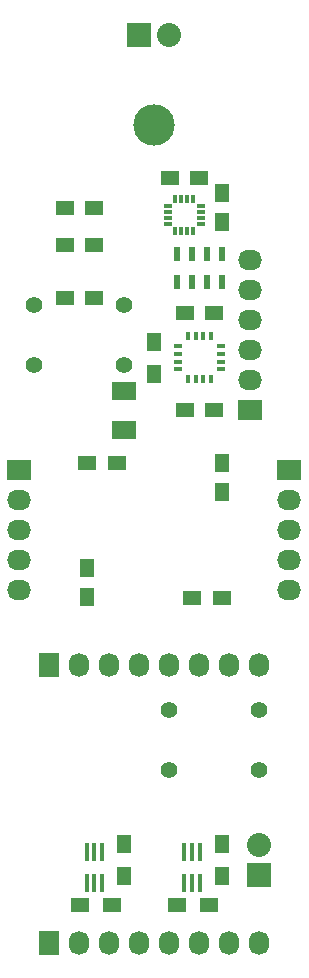
<source format=gbs>
%FSLAX46Y46*%
G04 Gerber Fmt 4.6, Leading zero omitted, Abs format (unit mm)*
G04 Created by KiCad (PCBNEW (20140926 BZR5148)-product) date Fri 30 Jan 2015 01:27:10 AM CST*
%MOMM*%
G01*
G04 APERTURE LIST*
%ADD10C,0.100000*%
%ADD11R,2.032000X1.727200*%
%ADD12O,2.032000X1.727200*%
%ADD13R,1.500000X1.250000*%
%ADD14R,1.250000X1.500000*%
%ADD15R,2.032000X1.524000*%
%ADD16R,2.032000X2.032000*%
%ADD17O,2.032000X2.032000*%
%ADD18R,1.727200X2.032000*%
%ADD19O,1.727200X2.032000*%
%ADD20R,0.398780X1.501140*%
%ADD21R,1.300000X1.500000*%
%ADD22R,1.500000X1.300000*%
%ADD23C,1.397000*%
%ADD24R,0.530000X1.310000*%
%ADD25R,0.650000X0.350000*%
%ADD26R,0.350000X0.650000*%
%ADD27R,0.410000X0.770000*%
%ADD28R,0.770000X0.410000*%
%ADD29C,3.500000*%
G04 APERTURE END LIST*
D10*
D11*
X160528000Y-77470000D03*
D12*
X160528000Y-74930000D03*
X160528000Y-72390000D03*
X160528000Y-69850000D03*
X160528000Y-67310000D03*
X160528000Y-64770000D03*
D13*
X147300000Y-60325000D03*
X144800000Y-60325000D03*
X147300000Y-63500000D03*
X144800000Y-63500000D03*
X156190000Y-57785000D03*
X153690000Y-57785000D03*
D14*
X158115000Y-61575000D03*
X158115000Y-59075000D03*
X146685000Y-93325000D03*
X146685000Y-90825000D03*
D13*
X144800000Y-67945000D03*
X147300000Y-67945000D03*
X158095000Y-93345000D03*
X155595000Y-93345000D03*
D14*
X158115000Y-81935000D03*
X158115000Y-84435000D03*
D13*
X146705000Y-81915000D03*
X149205000Y-81915000D03*
X154960000Y-77470000D03*
X157460000Y-77470000D03*
X154960000Y-69215000D03*
X157460000Y-69215000D03*
D15*
X149860000Y-75819000D03*
X149860000Y-79121000D03*
D16*
X151130000Y-45720000D03*
D17*
X153670000Y-45720000D03*
D16*
X161290000Y-116840000D03*
D17*
X161290000Y-114300000D03*
D18*
X143510000Y-122555000D03*
D19*
X146050000Y-122555000D03*
X148590000Y-122555000D03*
X151130000Y-122555000D03*
X153670000Y-122555000D03*
X156210000Y-122555000D03*
X158750000Y-122555000D03*
X161290000Y-122555000D03*
D20*
X147970240Y-117535960D03*
X147320000Y-117535960D03*
X146669760Y-117535960D03*
X146669760Y-114874040D03*
X147320000Y-114874040D03*
X147970240Y-114874040D03*
X154924760Y-114874040D03*
X155575000Y-114874040D03*
X156225240Y-114874040D03*
X156225240Y-117535960D03*
X155575000Y-117535960D03*
X154924760Y-117535960D03*
D21*
X152400000Y-71675000D03*
X152400000Y-74375000D03*
X149860000Y-116920000D03*
X149860000Y-114220000D03*
D22*
X146097000Y-119380000D03*
X148797000Y-119380000D03*
X154352000Y-119380000D03*
X157052000Y-119380000D03*
D21*
X158115000Y-116920000D03*
X158115000Y-114220000D03*
D23*
X161290000Y-102870000D03*
X161290000Y-107950000D03*
X153670000Y-102870000D03*
X153670000Y-107950000D03*
X149860000Y-68580000D03*
X149860000Y-73660000D03*
X142240000Y-68580000D03*
X142240000Y-73660000D03*
D24*
X154335000Y-64205000D03*
X155585000Y-64205000D03*
X156835000Y-64205000D03*
X158085000Y-64205000D03*
X158085000Y-66605000D03*
X156835000Y-66605000D03*
X155585000Y-66605000D03*
X154335000Y-66605000D03*
D11*
X140970000Y-82550000D03*
D12*
X140970000Y-85090000D03*
X140970000Y-87630000D03*
X140970000Y-90170000D03*
X140970000Y-92710000D03*
D11*
X163830000Y-82550000D03*
D12*
X163830000Y-85090000D03*
X163830000Y-87630000D03*
X163830000Y-90170000D03*
X163830000Y-92710000D03*
D18*
X143510000Y-99060000D03*
D19*
X146050000Y-99060000D03*
X148590000Y-99060000D03*
X151130000Y-99060000D03*
X153670000Y-99060000D03*
X156210000Y-99060000D03*
X158750000Y-99060000D03*
X161290000Y-99060000D03*
D25*
X153565000Y-61710000D03*
X153565000Y-61210000D03*
X153565000Y-60710000D03*
X153565000Y-60210000D03*
D26*
X154190000Y-59585000D03*
X154690000Y-59585000D03*
X155190000Y-59585000D03*
X155690000Y-59585000D03*
D25*
X156315000Y-60210000D03*
X156315000Y-60710000D03*
X156315000Y-61210000D03*
X156315000Y-61710000D03*
D26*
X155690000Y-62335000D03*
X155190000Y-62335000D03*
X154690000Y-62335000D03*
X154190000Y-62335000D03*
D27*
X155235000Y-71225000D03*
X155885000Y-71225000D03*
X156535000Y-71225000D03*
X157185000Y-71225000D03*
D28*
X158010000Y-72050000D03*
X158010000Y-72700000D03*
X158010000Y-73350000D03*
X158010000Y-74000000D03*
D27*
X157185000Y-74825000D03*
X156535000Y-74825000D03*
X155885000Y-74825000D03*
X155235000Y-74825000D03*
D28*
X154410000Y-74000000D03*
X154410000Y-73350000D03*
X154410000Y-72700000D03*
X154410000Y-72050000D03*
D29*
X152400000Y-53340000D03*
M02*

</source>
